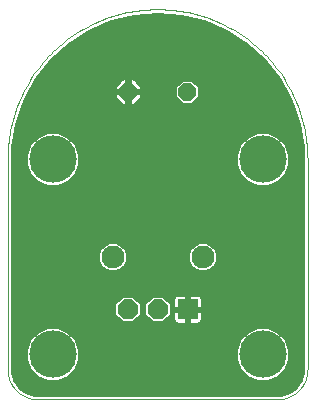
<source format=gtl>
G75*
%MOIN*%
%OFA0B0*%
%FSLAX25Y25*%
%IPPOS*%
%LPD*%
%AMOC8*
5,1,8,0,0,1.08239X$1,22.5*
%
%ADD10OC8,0.06600*%
%ADD11R,0.06600X0.06600*%
%ADD12C,0.00000*%
%ADD13C,0.15811*%
%ADD14C,0.07600*%
%ADD15OC8,0.05937*%
%ADD16C,0.01600*%
D10*
X0046800Y0054006D03*
X0056800Y0054006D03*
D11*
X0066800Y0054006D03*
D12*
X0096800Y0024006D02*
X0016800Y0024006D01*
X0016558Y0024009D01*
X0016317Y0024018D01*
X0016076Y0024032D01*
X0015835Y0024053D01*
X0015595Y0024079D01*
X0015355Y0024111D01*
X0015116Y0024149D01*
X0014879Y0024192D01*
X0014642Y0024242D01*
X0014407Y0024297D01*
X0014173Y0024357D01*
X0013941Y0024424D01*
X0013710Y0024495D01*
X0013481Y0024573D01*
X0013254Y0024656D01*
X0013029Y0024744D01*
X0012806Y0024838D01*
X0012586Y0024937D01*
X0012368Y0025042D01*
X0012153Y0025151D01*
X0011940Y0025266D01*
X0011730Y0025386D01*
X0011524Y0025511D01*
X0011320Y0025641D01*
X0011119Y0025776D01*
X0010922Y0025916D01*
X0010728Y0026060D01*
X0010538Y0026209D01*
X0010352Y0026363D01*
X0010169Y0026521D01*
X0009990Y0026683D01*
X0009815Y0026850D01*
X0009644Y0027021D01*
X0009477Y0027196D01*
X0009315Y0027375D01*
X0009157Y0027558D01*
X0009003Y0027744D01*
X0008854Y0027934D01*
X0008710Y0028128D01*
X0008570Y0028325D01*
X0008435Y0028526D01*
X0008305Y0028730D01*
X0008180Y0028936D01*
X0008060Y0029146D01*
X0007945Y0029359D01*
X0007836Y0029574D01*
X0007731Y0029792D01*
X0007632Y0030012D01*
X0007538Y0030235D01*
X0007450Y0030460D01*
X0007367Y0030687D01*
X0007289Y0030916D01*
X0007218Y0031147D01*
X0007151Y0031379D01*
X0007091Y0031613D01*
X0007036Y0031848D01*
X0006986Y0032085D01*
X0006943Y0032322D01*
X0006905Y0032561D01*
X0006873Y0032801D01*
X0006847Y0033041D01*
X0006826Y0033282D01*
X0006812Y0033523D01*
X0006803Y0033764D01*
X0006800Y0034006D01*
X0006800Y0104006D01*
X0006815Y0105224D01*
X0006859Y0106440D01*
X0006933Y0107656D01*
X0007037Y0108869D01*
X0007170Y0110079D01*
X0007333Y0111286D01*
X0007525Y0112488D01*
X0007746Y0113686D01*
X0007996Y0114878D01*
X0008275Y0116063D01*
X0008583Y0117241D01*
X0008920Y0118411D01*
X0009285Y0119573D01*
X0009678Y0120725D01*
X0010099Y0121868D01*
X0010548Y0122999D01*
X0011024Y0124120D01*
X0011528Y0125229D01*
X0012058Y0126325D01*
X0012615Y0127408D01*
X0013198Y0128477D01*
X0013806Y0129531D01*
X0014441Y0130571D01*
X0015100Y0131594D01*
X0015784Y0132602D01*
X0016493Y0133592D01*
X0017225Y0134565D01*
X0017981Y0135519D01*
X0018760Y0136455D01*
X0019561Y0137372D01*
X0020385Y0138269D01*
X0021230Y0139145D01*
X0022096Y0140001D01*
X0022983Y0140836D01*
X0023890Y0141648D01*
X0024816Y0142438D01*
X0025762Y0143206D01*
X0026725Y0143950D01*
X0027707Y0144670D01*
X0028706Y0145367D01*
X0029721Y0146039D01*
X0030753Y0146686D01*
X0031800Y0147307D01*
X0032862Y0147903D01*
X0033938Y0148473D01*
X0035027Y0149017D01*
X0036130Y0149533D01*
X0037245Y0150023D01*
X0038371Y0150486D01*
X0039508Y0150921D01*
X0040656Y0151328D01*
X0041813Y0151707D01*
X0042979Y0152058D01*
X0044153Y0152380D01*
X0045335Y0152674D01*
X0046524Y0152939D01*
X0047718Y0153174D01*
X0048918Y0153381D01*
X0050123Y0153558D01*
X0051331Y0153706D01*
X0052543Y0153824D01*
X0053758Y0153913D01*
X0054974Y0153973D01*
X0056191Y0154002D01*
X0057409Y0154002D01*
X0058626Y0153973D01*
X0059842Y0153913D01*
X0061057Y0153824D01*
X0062269Y0153706D01*
X0063477Y0153558D01*
X0064682Y0153381D01*
X0065882Y0153174D01*
X0067076Y0152939D01*
X0068265Y0152674D01*
X0069447Y0152380D01*
X0070621Y0152058D01*
X0071787Y0151707D01*
X0072944Y0151328D01*
X0074092Y0150921D01*
X0075229Y0150486D01*
X0076355Y0150023D01*
X0077470Y0149533D01*
X0078573Y0149017D01*
X0079662Y0148473D01*
X0080738Y0147903D01*
X0081800Y0147307D01*
X0082847Y0146686D01*
X0083879Y0146039D01*
X0084894Y0145367D01*
X0085893Y0144670D01*
X0086875Y0143950D01*
X0087838Y0143206D01*
X0088784Y0142438D01*
X0089710Y0141648D01*
X0090617Y0140836D01*
X0091504Y0140001D01*
X0092370Y0139145D01*
X0093215Y0138269D01*
X0094039Y0137372D01*
X0094840Y0136455D01*
X0095619Y0135519D01*
X0096375Y0134565D01*
X0097107Y0133592D01*
X0097816Y0132602D01*
X0098500Y0131594D01*
X0099159Y0130571D01*
X0099794Y0129531D01*
X0100402Y0128477D01*
X0100985Y0127408D01*
X0101542Y0126325D01*
X0102072Y0125229D01*
X0102576Y0124120D01*
X0103052Y0122999D01*
X0103501Y0121868D01*
X0103922Y0120725D01*
X0104315Y0119573D01*
X0104680Y0118411D01*
X0105017Y0117241D01*
X0105325Y0116063D01*
X0105604Y0114878D01*
X0105854Y0113686D01*
X0106075Y0112488D01*
X0106267Y0111286D01*
X0106430Y0110079D01*
X0106563Y0108869D01*
X0106667Y0107656D01*
X0106741Y0106440D01*
X0106785Y0105224D01*
X0106800Y0104006D01*
X0106800Y0034006D01*
X0106797Y0033764D01*
X0106788Y0033523D01*
X0106774Y0033282D01*
X0106753Y0033041D01*
X0106727Y0032801D01*
X0106695Y0032561D01*
X0106657Y0032322D01*
X0106614Y0032085D01*
X0106564Y0031848D01*
X0106509Y0031613D01*
X0106449Y0031379D01*
X0106382Y0031147D01*
X0106311Y0030916D01*
X0106233Y0030687D01*
X0106150Y0030460D01*
X0106062Y0030235D01*
X0105968Y0030012D01*
X0105869Y0029792D01*
X0105764Y0029574D01*
X0105655Y0029359D01*
X0105540Y0029146D01*
X0105420Y0028936D01*
X0105295Y0028730D01*
X0105165Y0028526D01*
X0105030Y0028325D01*
X0104890Y0028128D01*
X0104746Y0027934D01*
X0104597Y0027744D01*
X0104443Y0027558D01*
X0104285Y0027375D01*
X0104123Y0027196D01*
X0103956Y0027021D01*
X0103785Y0026850D01*
X0103610Y0026683D01*
X0103431Y0026521D01*
X0103248Y0026363D01*
X0103062Y0026209D01*
X0102872Y0026060D01*
X0102678Y0025916D01*
X0102481Y0025776D01*
X0102280Y0025641D01*
X0102076Y0025511D01*
X0101870Y0025386D01*
X0101660Y0025266D01*
X0101447Y0025151D01*
X0101232Y0025042D01*
X0101014Y0024937D01*
X0100794Y0024838D01*
X0100571Y0024744D01*
X0100346Y0024656D01*
X0100119Y0024573D01*
X0099890Y0024495D01*
X0099659Y0024424D01*
X0099427Y0024357D01*
X0099193Y0024297D01*
X0098958Y0024242D01*
X0098721Y0024192D01*
X0098484Y0024149D01*
X0098245Y0024111D01*
X0098005Y0024079D01*
X0097765Y0024053D01*
X0097524Y0024032D01*
X0097283Y0024018D01*
X0097042Y0024009D01*
X0096800Y0024006D01*
D13*
X0091800Y0039006D03*
X0091800Y0104006D03*
X0021800Y0104006D03*
X0021800Y0039006D03*
D14*
X0041800Y0071506D03*
X0071800Y0071506D03*
D15*
X0066643Y0126506D03*
X0046957Y0126506D03*
D16*
X0046773Y0126690D02*
X0046773Y0126322D01*
X0042189Y0126322D01*
X0042189Y0124531D01*
X0044982Y0121737D01*
X0046773Y0121737D01*
X0046773Y0126322D01*
X0047142Y0126322D01*
X0047142Y0126690D01*
X0051726Y0126690D01*
X0051726Y0128481D01*
X0048933Y0131274D01*
X0047142Y0131274D01*
X0047142Y0126690D01*
X0046773Y0126690D01*
X0042189Y0126690D01*
X0042189Y0128481D01*
X0044982Y0131274D01*
X0046773Y0131274D01*
X0046773Y0126690D01*
X0046773Y0126311D02*
X0047142Y0126311D01*
X0047142Y0126322D02*
X0047142Y0121737D01*
X0048933Y0121737D01*
X0051726Y0124531D01*
X0051726Y0126322D01*
X0047142Y0126322D01*
X0047142Y0127909D02*
X0046773Y0127909D01*
X0046773Y0129508D02*
X0047142Y0129508D01*
X0047142Y0131106D02*
X0046773Y0131106D01*
X0044814Y0131106D02*
X0017022Y0131106D01*
X0016449Y0130369D02*
X0021338Y0136651D01*
X0027195Y0142042D01*
X0033859Y0146397D01*
X0041149Y0149594D01*
X0048867Y0151549D01*
X0056800Y0152206D01*
X0064733Y0151549D01*
X0072451Y0149594D01*
X0079741Y0146397D01*
X0086405Y0142042D01*
X0092262Y0136651D01*
X0097151Y0130369D01*
X0100940Y0123368D01*
X0103525Y0115838D01*
X0104835Y0107986D01*
X0105000Y0104006D01*
X0105000Y0034006D01*
X0104899Y0032723D01*
X0104106Y0030283D01*
X0102598Y0028208D01*
X0100523Y0026700D01*
X0098083Y0025907D01*
X0096800Y0025806D01*
X0016800Y0025806D01*
X0015517Y0025907D01*
X0013077Y0026700D01*
X0011002Y0028208D01*
X0009494Y0030283D01*
X0008701Y0032723D01*
X0008600Y0034006D01*
X0008600Y0104006D01*
X0008765Y0107986D01*
X0010075Y0115838D01*
X0012660Y0123368D01*
X0016449Y0130369D01*
X0015983Y0129508D02*
X0043216Y0129508D01*
X0042189Y0127909D02*
X0015117Y0127909D01*
X0014252Y0126311D02*
X0042189Y0126311D01*
X0042189Y0124712D02*
X0013387Y0124712D01*
X0012573Y0123114D02*
X0043606Y0123114D01*
X0046773Y0123114D02*
X0047142Y0123114D01*
X0047142Y0124712D02*
X0046773Y0124712D01*
X0050309Y0123114D02*
X0063857Y0123114D01*
X0064833Y0122137D02*
X0068452Y0122137D01*
X0071011Y0124696D01*
X0071011Y0128315D01*
X0068452Y0130874D01*
X0064833Y0130874D01*
X0062274Y0128315D01*
X0062274Y0124696D01*
X0064833Y0122137D01*
X0062274Y0124712D02*
X0051726Y0124712D01*
X0051726Y0126311D02*
X0062274Y0126311D01*
X0062274Y0127909D02*
X0051726Y0127909D01*
X0050699Y0129508D02*
X0063466Y0129508D01*
X0069819Y0129508D02*
X0097617Y0129508D01*
X0098483Y0127909D02*
X0071011Y0127909D01*
X0071011Y0126311D02*
X0099348Y0126311D01*
X0100213Y0124712D02*
X0071011Y0124712D01*
X0069428Y0123114D02*
X0101027Y0123114D01*
X0101576Y0121515D02*
X0012024Y0121515D01*
X0011475Y0119917D02*
X0102125Y0119917D01*
X0102674Y0118318D02*
X0010926Y0118318D01*
X0010377Y0116720D02*
X0103223Y0116720D01*
X0103645Y0115121D02*
X0009955Y0115121D01*
X0009688Y0113523D02*
X0103912Y0113523D01*
X0104178Y0111924D02*
X0097000Y0111924D01*
X0097071Y0111895D02*
X0093651Y0113311D01*
X0089949Y0113311D01*
X0086529Y0111895D01*
X0083911Y0109277D01*
X0082494Y0105857D01*
X0082494Y0102155D01*
X0083911Y0098735D01*
X0086529Y0096117D01*
X0089949Y0094700D01*
X0093651Y0094700D01*
X0097071Y0096117D01*
X0099689Y0098735D01*
X0101105Y0102155D01*
X0101105Y0105857D01*
X0099689Y0109277D01*
X0097071Y0111895D01*
X0098640Y0110326D02*
X0104445Y0110326D01*
X0104712Y0108727D02*
X0099917Y0108727D01*
X0100579Y0107128D02*
X0104871Y0107128D01*
X0104937Y0105530D02*
X0101105Y0105530D01*
X0101105Y0103931D02*
X0105000Y0103931D01*
X0105000Y0102333D02*
X0101105Y0102333D01*
X0100517Y0100734D02*
X0105000Y0100734D01*
X0105000Y0099136D02*
X0099855Y0099136D01*
X0098491Y0097537D02*
X0105000Y0097537D01*
X0105000Y0095939D02*
X0096641Y0095939D01*
X0105000Y0094340D02*
X0008600Y0094340D01*
X0008600Y0092742D02*
X0105000Y0092742D01*
X0105000Y0091143D02*
X0008600Y0091143D01*
X0008600Y0089545D02*
X0105000Y0089545D01*
X0105000Y0087946D02*
X0008600Y0087946D01*
X0008600Y0086348D02*
X0105000Y0086348D01*
X0105000Y0084749D02*
X0008600Y0084749D01*
X0008600Y0083151D02*
X0105000Y0083151D01*
X0105000Y0081552D02*
X0008600Y0081552D01*
X0008600Y0079954D02*
X0105000Y0079954D01*
X0105000Y0078355D02*
X0008600Y0078355D01*
X0008600Y0076757D02*
X0105000Y0076757D01*
X0105000Y0075158D02*
X0075502Y0075158D01*
X0076208Y0074451D02*
X0074746Y0075914D01*
X0072834Y0076706D01*
X0070766Y0076706D01*
X0068854Y0075914D01*
X0067392Y0074451D01*
X0066600Y0072540D01*
X0066600Y0070472D01*
X0067392Y0068560D01*
X0068854Y0067098D01*
X0070766Y0066306D01*
X0072834Y0066306D01*
X0074746Y0067098D01*
X0076208Y0068560D01*
X0077000Y0070472D01*
X0077000Y0072540D01*
X0076208Y0074451D01*
X0076578Y0073560D02*
X0105000Y0073560D01*
X0105000Y0071961D02*
X0077000Y0071961D01*
X0076955Y0070363D02*
X0105000Y0070363D01*
X0105000Y0068764D02*
X0076293Y0068764D01*
X0074814Y0067166D02*
X0105000Y0067166D01*
X0105000Y0065567D02*
X0008600Y0065567D01*
X0008600Y0063969D02*
X0105000Y0063969D01*
X0105000Y0062370D02*
X0008600Y0062370D01*
X0008600Y0060772D02*
X0105000Y0060772D01*
X0105000Y0059173D02*
X0008600Y0059173D01*
X0008600Y0057575D02*
X0043722Y0057575D01*
X0044853Y0058706D02*
X0042100Y0055953D01*
X0042100Y0052059D01*
X0044853Y0049306D01*
X0048747Y0049306D01*
X0051500Y0052059D01*
X0051500Y0055953D01*
X0048747Y0058706D01*
X0044853Y0058706D01*
X0042123Y0055976D02*
X0008600Y0055976D01*
X0008600Y0054378D02*
X0042100Y0054378D01*
X0042100Y0052779D02*
X0008600Y0052779D01*
X0008600Y0051181D02*
X0042979Y0051181D01*
X0044577Y0049582D02*
X0008600Y0049582D01*
X0008600Y0047984D02*
X0019158Y0047984D01*
X0019949Y0048311D02*
X0016529Y0046895D01*
X0013911Y0044277D01*
X0012494Y0040857D01*
X0012494Y0037155D01*
X0013911Y0033735D01*
X0016529Y0031117D01*
X0019949Y0029700D01*
X0023651Y0029700D01*
X0027071Y0031117D01*
X0029689Y0033735D01*
X0031105Y0037155D01*
X0031105Y0040857D01*
X0029689Y0044277D01*
X0027071Y0046895D01*
X0023651Y0048311D01*
X0019949Y0048311D01*
X0016019Y0046385D02*
X0008600Y0046385D01*
X0008600Y0044787D02*
X0014421Y0044787D01*
X0013460Y0043188D02*
X0008600Y0043188D01*
X0008600Y0041590D02*
X0012798Y0041590D01*
X0012494Y0039991D02*
X0008600Y0039991D01*
X0008600Y0038393D02*
X0012494Y0038393D01*
X0012644Y0036794D02*
X0008600Y0036794D01*
X0008600Y0035195D02*
X0013306Y0035195D01*
X0014049Y0033597D02*
X0008632Y0033597D01*
X0008936Y0031998D02*
X0015647Y0031998D01*
X0018260Y0030400D02*
X0009456Y0030400D01*
X0010570Y0028801D02*
X0103030Y0028801D01*
X0104144Y0030400D02*
X0095340Y0030400D01*
X0093651Y0029700D02*
X0097071Y0031117D01*
X0099689Y0033735D01*
X0101105Y0037155D01*
X0101105Y0040857D01*
X0099689Y0044277D01*
X0097071Y0046895D01*
X0093651Y0048311D01*
X0089949Y0048311D01*
X0086529Y0046895D01*
X0083911Y0044277D01*
X0082494Y0040857D01*
X0082494Y0037155D01*
X0083911Y0033735D01*
X0086529Y0031117D01*
X0089949Y0029700D01*
X0093651Y0029700D01*
X0097953Y0031998D02*
X0104664Y0031998D01*
X0104968Y0033597D02*
X0099551Y0033597D01*
X0100294Y0035195D02*
X0105000Y0035195D01*
X0105000Y0036794D02*
X0100956Y0036794D01*
X0101105Y0038393D02*
X0105000Y0038393D01*
X0105000Y0039991D02*
X0101105Y0039991D01*
X0100802Y0041590D02*
X0105000Y0041590D01*
X0105000Y0043188D02*
X0100140Y0043188D01*
X0099179Y0044787D02*
X0105000Y0044787D01*
X0105000Y0046385D02*
X0097581Y0046385D01*
X0094442Y0047984D02*
X0105000Y0047984D01*
X0105000Y0049582D02*
X0071522Y0049582D01*
X0071540Y0049601D02*
X0071777Y0050011D01*
X0071900Y0050469D01*
X0071900Y0053920D01*
X0066886Y0053920D01*
X0066886Y0054092D01*
X0066714Y0054092D01*
X0066714Y0059106D01*
X0063263Y0059106D01*
X0062805Y0058983D01*
X0062395Y0058746D01*
X0062060Y0058411D01*
X0061823Y0058001D01*
X0061700Y0057543D01*
X0061700Y0054092D01*
X0066714Y0054092D01*
X0066714Y0053920D01*
X0061700Y0053920D01*
X0061700Y0050469D01*
X0061823Y0050011D01*
X0062060Y0049601D01*
X0062395Y0049266D01*
X0062805Y0049029D01*
X0063263Y0048906D01*
X0066714Y0048906D01*
X0066714Y0053920D01*
X0066886Y0053920D01*
X0066886Y0048906D01*
X0070337Y0048906D01*
X0070795Y0049029D01*
X0071205Y0049266D01*
X0071540Y0049601D01*
X0071900Y0051181D02*
X0105000Y0051181D01*
X0105000Y0052779D02*
X0071900Y0052779D01*
X0071900Y0054092D02*
X0071900Y0057543D01*
X0071777Y0058001D01*
X0071540Y0058411D01*
X0071205Y0058746D01*
X0070795Y0058983D01*
X0070337Y0059106D01*
X0066886Y0059106D01*
X0066886Y0054092D01*
X0071900Y0054092D01*
X0071900Y0054378D02*
X0105000Y0054378D01*
X0105000Y0055976D02*
X0071900Y0055976D01*
X0071891Y0057575D02*
X0105000Y0057575D01*
X0089158Y0047984D02*
X0024442Y0047984D01*
X0027581Y0046385D02*
X0086019Y0046385D01*
X0084421Y0044787D02*
X0029179Y0044787D01*
X0030140Y0043188D02*
X0083460Y0043188D01*
X0082798Y0041590D02*
X0030802Y0041590D01*
X0031105Y0039991D02*
X0082494Y0039991D01*
X0082494Y0038393D02*
X0031105Y0038393D01*
X0030956Y0036794D02*
X0082644Y0036794D01*
X0083306Y0035195D02*
X0030294Y0035195D01*
X0029551Y0033597D02*
X0084049Y0033597D01*
X0085647Y0031998D02*
X0027953Y0031998D01*
X0025340Y0030400D02*
X0088260Y0030400D01*
X0101215Y0027203D02*
X0012385Y0027203D01*
X0008600Y0067166D02*
X0038786Y0067166D01*
X0038854Y0067098D02*
X0040766Y0066306D01*
X0042834Y0066306D01*
X0044746Y0067098D01*
X0046208Y0068560D01*
X0047000Y0070472D01*
X0047000Y0072540D01*
X0046208Y0074451D01*
X0044746Y0075914D01*
X0042834Y0076706D01*
X0040766Y0076706D01*
X0038854Y0075914D01*
X0037392Y0074451D01*
X0036600Y0072540D01*
X0036600Y0070472D01*
X0037392Y0068560D01*
X0038854Y0067098D01*
X0037307Y0068764D02*
X0008600Y0068764D01*
X0008600Y0070363D02*
X0036645Y0070363D01*
X0036600Y0071961D02*
X0008600Y0071961D01*
X0008600Y0073560D02*
X0037022Y0073560D01*
X0038098Y0075158D02*
X0008600Y0075158D01*
X0016529Y0096117D02*
X0019949Y0094700D01*
X0023651Y0094700D01*
X0027071Y0096117D01*
X0029689Y0098735D01*
X0031105Y0102155D01*
X0031105Y0105857D01*
X0029689Y0109277D01*
X0027071Y0111895D01*
X0023651Y0113311D01*
X0019949Y0113311D01*
X0016529Y0111895D01*
X0013911Y0109277D01*
X0012494Y0105857D01*
X0012494Y0102155D01*
X0013911Y0098735D01*
X0016529Y0096117D01*
X0016959Y0095939D02*
X0008600Y0095939D01*
X0008600Y0097537D02*
X0015109Y0097537D01*
X0013745Y0099136D02*
X0008600Y0099136D01*
X0008600Y0100734D02*
X0013083Y0100734D01*
X0012494Y0102333D02*
X0008600Y0102333D01*
X0008600Y0103931D02*
X0012494Y0103931D01*
X0012494Y0105530D02*
X0008663Y0105530D01*
X0008729Y0107128D02*
X0013021Y0107128D01*
X0013683Y0108727D02*
X0008888Y0108727D01*
X0009155Y0110326D02*
X0014960Y0110326D01*
X0016600Y0111924D02*
X0009422Y0111924D01*
X0018267Y0132705D02*
X0095333Y0132705D01*
X0094089Y0134303D02*
X0019511Y0134303D01*
X0020755Y0135902D02*
X0092845Y0135902D01*
X0091339Y0137500D02*
X0022261Y0137500D01*
X0023997Y0139099D02*
X0089603Y0139099D01*
X0087866Y0140697D02*
X0025734Y0140697D01*
X0027583Y0142296D02*
X0086017Y0142296D01*
X0086405Y0142042D02*
X0086405Y0142042D01*
X0083571Y0143894D02*
X0030029Y0143894D01*
X0032476Y0145493D02*
X0081124Y0145493D01*
X0078157Y0147091D02*
X0035443Y0147091D01*
X0039087Y0148690D02*
X0074513Y0148690D01*
X0069710Y0150288D02*
X0043890Y0150288D01*
X0052949Y0151887D02*
X0060651Y0151887D01*
X0049101Y0131106D02*
X0096578Y0131106D01*
X0086600Y0111924D02*
X0027000Y0111924D01*
X0028640Y0110326D02*
X0084960Y0110326D01*
X0083683Y0108727D02*
X0029917Y0108727D01*
X0030579Y0107128D02*
X0083021Y0107128D01*
X0082494Y0105530D02*
X0031105Y0105530D01*
X0031105Y0103931D02*
X0082494Y0103931D01*
X0082494Y0102333D02*
X0031105Y0102333D01*
X0030517Y0100734D02*
X0083083Y0100734D01*
X0083745Y0099136D02*
X0029855Y0099136D01*
X0028491Y0097537D02*
X0085109Y0097537D01*
X0086959Y0095939D02*
X0026641Y0095939D01*
X0045502Y0075158D02*
X0068098Y0075158D01*
X0067022Y0073560D02*
X0046578Y0073560D01*
X0047000Y0071961D02*
X0066600Y0071961D01*
X0066645Y0070363D02*
X0046955Y0070363D01*
X0046293Y0068764D02*
X0067307Y0068764D01*
X0068786Y0067166D02*
X0044814Y0067166D01*
X0049878Y0057575D02*
X0053722Y0057575D01*
X0054853Y0058706D02*
X0052100Y0055953D01*
X0052100Y0052059D01*
X0054853Y0049306D01*
X0058747Y0049306D01*
X0061500Y0052059D01*
X0061500Y0055953D01*
X0058747Y0058706D01*
X0054853Y0058706D01*
X0052123Y0055976D02*
X0051477Y0055976D01*
X0051500Y0054378D02*
X0052100Y0054378D01*
X0052100Y0052779D02*
X0051500Y0052779D01*
X0050621Y0051181D02*
X0052979Y0051181D01*
X0054577Y0049582D02*
X0049023Y0049582D01*
X0059023Y0049582D02*
X0062078Y0049582D01*
X0061700Y0051181D02*
X0060621Y0051181D01*
X0061500Y0052779D02*
X0061700Y0052779D01*
X0061700Y0054378D02*
X0061500Y0054378D01*
X0061477Y0055976D02*
X0061700Y0055976D01*
X0061709Y0057575D02*
X0059878Y0057575D01*
X0066714Y0057575D02*
X0066886Y0057575D01*
X0066886Y0055976D02*
X0066714Y0055976D01*
X0066714Y0054378D02*
X0066886Y0054378D01*
X0066886Y0052779D02*
X0066714Y0052779D01*
X0066714Y0051181D02*
X0066886Y0051181D01*
X0066886Y0049582D02*
X0066714Y0049582D01*
M02*

</source>
